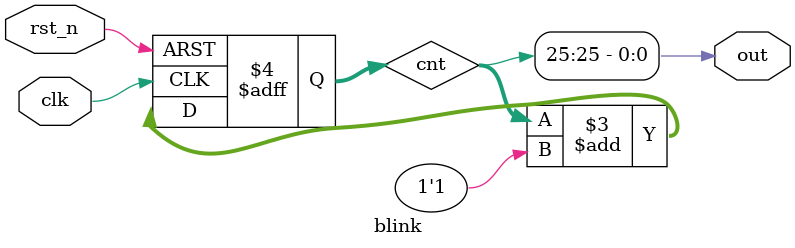
<source format=v>
module blink #(
    parameter CNT_WIDTH = 26
)(
    input  wire clk,
    input  wire rst_n,
    output wire out
);
    reg [CNT_WIDTH-1:0] cnt;
    assign out = cnt[CNT_WIDTH-1];

    always @(posedge clk or negedge rst_n) begin
        if (!rst_n)
            cnt <= {CNT_WIDTH{1'b0}};
        else
            cnt <= cnt + 1'b1;
    end
endmodule
</source>
